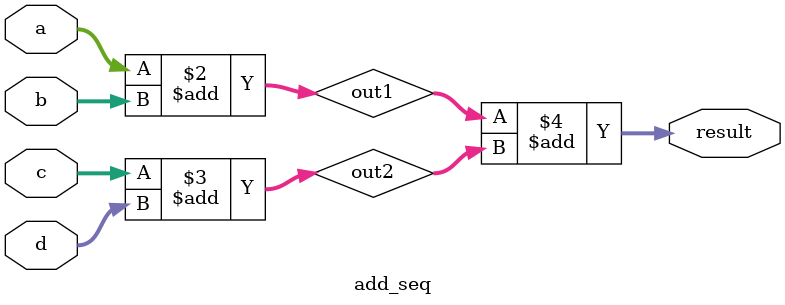
<source format=v>
module add_seq(input [3:0] a, b, c, d, output reg [5:0] result);
    reg [4:0] out1, out2;
    always @(a, b, c, d) begin
        out1 = a + b;
        out2 = c + d;
        result = out1 + out2;
    end
endmodule
</source>
